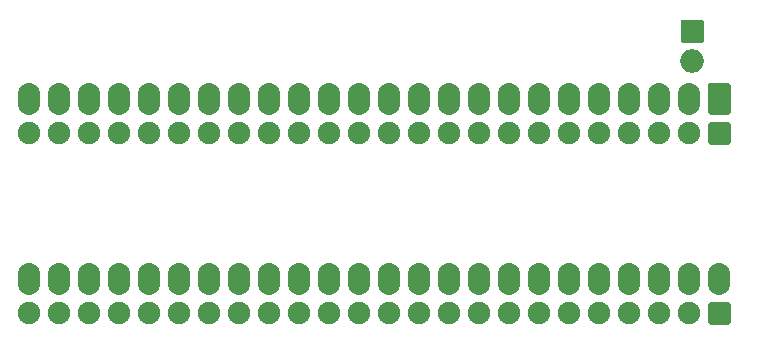
<source format=gbr>
G04 #@! TF.GenerationSoftware,KiCad,Pcbnew,(5.1.12)-1*
G04 #@! TF.CreationDate,2022-01-29T13:41:42+00:00*
G04 #@! TF.ProjectId,RGBtoHDMI CDTV v2 - Denise Breakout,52474274-6f48-4444-9d49-204344545620,v2*
G04 #@! TF.SameCoordinates,Original*
G04 #@! TF.FileFunction,Soldermask,Bot*
G04 #@! TF.FilePolarity,Negative*
%FSLAX46Y46*%
G04 Gerber Fmt 4.6, Leading zero omitted, Abs format (unit mm)*
G04 Created by KiCad (PCBNEW (5.1.12)-1) date 2022-01-29 13:41:42*
%MOMM*%
%LPD*%
G01*
G04 APERTURE LIST*
%ADD10O,1.900000X1.900000*%
%ADD11O,1.900000X2.700000*%
%ADD12O,2.000000X2.000000*%
G04 APERTURE END LIST*
D10*
X103505000Y-88646000D03*
X106045000Y-88646000D03*
X108585000Y-88646000D03*
X111125000Y-88646000D03*
X113665000Y-88646000D03*
X116205000Y-88646000D03*
X118745000Y-88646000D03*
X121285000Y-88646000D03*
X123825000Y-88646000D03*
X126365000Y-88646000D03*
X128905000Y-88646000D03*
X131445000Y-88646000D03*
X133985000Y-88646000D03*
X136525000Y-88646000D03*
X139065000Y-88646000D03*
X141605000Y-88646000D03*
X144145000Y-88646000D03*
X146685000Y-88646000D03*
X149225000Y-88646000D03*
X151765000Y-88646000D03*
X154305000Y-88646000D03*
X156845000Y-88646000D03*
X159385000Y-88646000D03*
G36*
G01*
X162725000Y-89596000D02*
X161125000Y-89596000D01*
G75*
G02*
X160975000Y-89446000I0J150000D01*
G01*
X160975000Y-87846000D01*
G75*
G02*
X161125000Y-87696000I150000J0D01*
G01*
X162725000Y-87696000D01*
G75*
G02*
X162875000Y-87846000I0J-150000D01*
G01*
X162875000Y-89446000D01*
G75*
G02*
X162725000Y-89596000I-150000J0D01*
G01*
G37*
X103505000Y-73406000D03*
X106045000Y-73406000D03*
X108585000Y-73406000D03*
X111125000Y-73406000D03*
X113665000Y-73406000D03*
X116205000Y-73406000D03*
X118745000Y-73406000D03*
X121285000Y-73406000D03*
X123825000Y-73406000D03*
X126365000Y-73406000D03*
X128905000Y-73406000D03*
X131445000Y-73406000D03*
X133985000Y-73406000D03*
X136525000Y-73406000D03*
X139065000Y-73406000D03*
X141605000Y-73406000D03*
X144145000Y-73406000D03*
X146685000Y-73406000D03*
X149225000Y-73406000D03*
X151765000Y-73406000D03*
X154305000Y-73406000D03*
X156845000Y-73406000D03*
X159385000Y-73406000D03*
G36*
G01*
X162725000Y-74356000D02*
X161125000Y-74356000D01*
G75*
G02*
X160975000Y-74206000I0J150000D01*
G01*
X160975000Y-72606000D01*
G75*
G02*
X161125000Y-72456000I150000J0D01*
G01*
X162725000Y-72456000D01*
G75*
G02*
X162875000Y-72606000I0J-150000D01*
G01*
X162875000Y-74206000D01*
G75*
G02*
X162725000Y-74356000I-150000J0D01*
G01*
G37*
D11*
X161925000Y-85725000D03*
X103505000Y-70485000D03*
X159385000Y-85725000D03*
X106045000Y-70485000D03*
X156845000Y-85725000D03*
X108585000Y-70485000D03*
X154305000Y-85725000D03*
X111125000Y-70485000D03*
X151765000Y-85725000D03*
X113665000Y-70485000D03*
X149225000Y-85725000D03*
X116205000Y-70485000D03*
X146685000Y-85725000D03*
X118745000Y-70485000D03*
X144145000Y-85725000D03*
X121285000Y-70485000D03*
X141605000Y-85725000D03*
X123825000Y-70485000D03*
X139065000Y-85725000D03*
X126365000Y-70485000D03*
X136525000Y-85725000D03*
X128905000Y-70485000D03*
X133985000Y-85725000D03*
X131445000Y-70485000D03*
X131445000Y-85725000D03*
X133985000Y-70485000D03*
X128905000Y-85725000D03*
X136525000Y-70485000D03*
X126365000Y-85725000D03*
X139065000Y-70485000D03*
X123825000Y-85725000D03*
X141605000Y-70485000D03*
X121285000Y-85725000D03*
X144145000Y-70485000D03*
X118745000Y-85725000D03*
X146685000Y-70485000D03*
X116205000Y-85725000D03*
X149225000Y-70485000D03*
X113665000Y-85725000D03*
X151765000Y-70485000D03*
X111125000Y-85725000D03*
X154305000Y-70485000D03*
X108585000Y-85725000D03*
X156845000Y-70485000D03*
X106045000Y-85725000D03*
X159385000Y-70485000D03*
X103505000Y-85725000D03*
G36*
G01*
X161125000Y-69135000D02*
X162725000Y-69135000D01*
G75*
G02*
X162875000Y-69285000I0J-150000D01*
G01*
X162875000Y-71685000D01*
G75*
G02*
X162725000Y-71835000I-150000J0D01*
G01*
X161125000Y-71835000D01*
G75*
G02*
X160975000Y-71685000I0J150000D01*
G01*
X160975000Y-69285000D01*
G75*
G02*
X161125000Y-69135000I150000J0D01*
G01*
G37*
D12*
X159639000Y-67310000D03*
G36*
G01*
X158639000Y-65620000D02*
X158639000Y-63920000D01*
G75*
G02*
X158789000Y-63770000I150000J0D01*
G01*
X160489000Y-63770000D01*
G75*
G02*
X160639000Y-63920000I0J-150000D01*
G01*
X160639000Y-65620000D01*
G75*
G02*
X160489000Y-65770000I-150000J0D01*
G01*
X158789000Y-65770000D01*
G75*
G02*
X158639000Y-65620000I0J150000D01*
G01*
G37*
M02*

</source>
